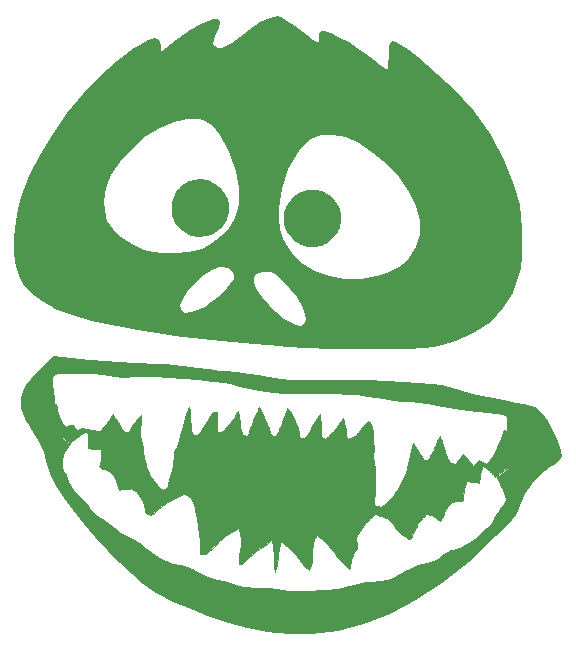
<source format=gtl>
%TF.GenerationSoftware,KiCad,Pcbnew,(6.0.7)*%
%TF.CreationDate,2022-11-12T15:58:38-06:00*%
%TF.ProjectId,chrimbus2022,63687269-6d62-4757-9332-3032322e6b69,rev?*%
%TF.SameCoordinates,Original*%
%TF.FileFunction,Copper,L1,Top*%
%TF.FilePolarity,Positive*%
%FSLAX46Y46*%
G04 Gerber Fmt 4.6, Leading zero omitted, Abs format (unit mm)*
G04 Created by KiCad (PCBNEW (6.0.7)) date 2022-11-12 15:58:38*
%MOMM*%
%LPD*%
G01*
G04 APERTURE LIST*
%TA.AperFunction,EtchedComponent*%
%ADD10C,0.100558*%
%TD*%
%TA.AperFunction,EtchedComponent*%
%ADD11C,0.119217*%
%TD*%
G04 APERTURE END LIST*
%TO.C,REF\u002A\u002A*%
G36*
X133031880Y-101546717D02*
G01*
X133187030Y-101566014D01*
X133339918Y-101596332D01*
X133490099Y-101637216D01*
X133637131Y-101688215D01*
X133780571Y-101748873D01*
X133919975Y-101818739D01*
X134054901Y-101897359D01*
X134184906Y-101984279D01*
X134309546Y-102079046D01*
X134428379Y-102181207D01*
X134540961Y-102290309D01*
X134646850Y-102405898D01*
X134745603Y-102527520D01*
X134836776Y-102654723D01*
X134919927Y-102787054D01*
X134994612Y-102924058D01*
X135060389Y-103065282D01*
X135116815Y-103210274D01*
X135163446Y-103358580D01*
X135199839Y-103509747D01*
X135225552Y-103663321D01*
X135240142Y-103818848D01*
X135243165Y-103975877D01*
X135234178Y-104133952D01*
X135212739Y-104292622D01*
X135178405Y-104451432D01*
X135130732Y-104609930D01*
X135086286Y-104764250D01*
X135031011Y-104912237D01*
X134965478Y-105053737D01*
X134890259Y-105188597D01*
X134805925Y-105316664D01*
X134713049Y-105437786D01*
X134612203Y-105551808D01*
X134503957Y-105658579D01*
X134388883Y-105757945D01*
X134267554Y-105849752D01*
X134140541Y-105933849D01*
X134008415Y-106010083D01*
X133871749Y-106078299D01*
X133731114Y-106138345D01*
X133587082Y-106190068D01*
X133440225Y-106233316D01*
X133291113Y-106267934D01*
X133140320Y-106293771D01*
X132988417Y-106310672D01*
X132835974Y-106318486D01*
X132683566Y-106317059D01*
X132531762Y-106306237D01*
X132381134Y-106285869D01*
X132232255Y-106255800D01*
X132085696Y-106215879D01*
X131942028Y-106165952D01*
X131801824Y-106105865D01*
X131665655Y-106035467D01*
X131534093Y-105954603D01*
X131407710Y-105863121D01*
X131287077Y-105760869D01*
X131172766Y-105647692D01*
X131053896Y-105532734D01*
X130946439Y-105410943D01*
X130850234Y-105282936D01*
X130765123Y-105149326D01*
X130690945Y-105010729D01*
X130627541Y-104867761D01*
X130574751Y-104721036D01*
X130532415Y-104571170D01*
X130500375Y-104418777D01*
X130478470Y-104264474D01*
X130466540Y-104108875D01*
X130464427Y-103952594D01*
X130471970Y-103796249D01*
X130489009Y-103640453D01*
X130515386Y-103485821D01*
X130550940Y-103332970D01*
X130595512Y-103182514D01*
X130648942Y-103035068D01*
X130711071Y-102891248D01*
X130781738Y-102751668D01*
X130860785Y-102616944D01*
X130948051Y-102487691D01*
X131043378Y-102364524D01*
X131146604Y-102248059D01*
X131257572Y-102138910D01*
X131376120Y-102037692D01*
X131502090Y-101945022D01*
X131635322Y-101861513D01*
X131775655Y-101787782D01*
X131922932Y-101724443D01*
X132076991Y-101672112D01*
X132237673Y-101631403D01*
X132237681Y-101631403D01*
X132397503Y-101588798D01*
X132557277Y-101559481D01*
X132716560Y-101542997D01*
X132874908Y-101538893D01*
X133031880Y-101546717D01*
G37*
D10*
X133031880Y-101546717D02*
X133187030Y-101566014D01*
X133339918Y-101596332D01*
X133490099Y-101637216D01*
X133637131Y-101688215D01*
X133780571Y-101748873D01*
X133919975Y-101818739D01*
X134054901Y-101897359D01*
X134184906Y-101984279D01*
X134309546Y-102079046D01*
X134428379Y-102181207D01*
X134540961Y-102290309D01*
X134646850Y-102405898D01*
X134745603Y-102527520D01*
X134836776Y-102654723D01*
X134919927Y-102787054D01*
X134994612Y-102924058D01*
X135060389Y-103065282D01*
X135116815Y-103210274D01*
X135163446Y-103358580D01*
X135199839Y-103509747D01*
X135225552Y-103663321D01*
X135240142Y-103818848D01*
X135243165Y-103975877D01*
X135234178Y-104133952D01*
X135212739Y-104292622D01*
X135178405Y-104451432D01*
X135130732Y-104609930D01*
X135086286Y-104764250D01*
X135031011Y-104912237D01*
X134965478Y-105053737D01*
X134890259Y-105188597D01*
X134805925Y-105316664D01*
X134713049Y-105437786D01*
X134612203Y-105551808D01*
X134503957Y-105658579D01*
X134388883Y-105757945D01*
X134267554Y-105849752D01*
X134140541Y-105933849D01*
X134008415Y-106010083D01*
X133871749Y-106078299D01*
X133731114Y-106138345D01*
X133587082Y-106190068D01*
X133440225Y-106233316D01*
X133291113Y-106267934D01*
X133140320Y-106293771D01*
X132988417Y-106310672D01*
X132835974Y-106318486D01*
X132683566Y-106317059D01*
X132531762Y-106306237D01*
X132381134Y-106285869D01*
X132232255Y-106255800D01*
X132085696Y-106215879D01*
X131942028Y-106165952D01*
X131801824Y-106105865D01*
X131665655Y-106035467D01*
X131534093Y-105954603D01*
X131407710Y-105863121D01*
X131287077Y-105760869D01*
X131172766Y-105647692D01*
X131053896Y-105532734D01*
X130946439Y-105410943D01*
X130850234Y-105282936D01*
X130765123Y-105149326D01*
X130690945Y-105010729D01*
X130627541Y-104867761D01*
X130574751Y-104721036D01*
X130532415Y-104571170D01*
X130500375Y-104418777D01*
X130478470Y-104264474D01*
X130466540Y-104108875D01*
X130464427Y-103952594D01*
X130471970Y-103796249D01*
X130489009Y-103640453D01*
X130515386Y-103485821D01*
X130550940Y-103332970D01*
X130595512Y-103182514D01*
X130648942Y-103035068D01*
X130711071Y-102891248D01*
X130781738Y-102751668D01*
X130860785Y-102616944D01*
X130948051Y-102487691D01*
X131043378Y-102364524D01*
X131146604Y-102248059D01*
X131257572Y-102138910D01*
X131376120Y-102037692D01*
X131502090Y-101945022D01*
X131635322Y-101861513D01*
X131775655Y-101787782D01*
X131922932Y-101724443D01*
X132076991Y-101672112D01*
X132237673Y-101631403D01*
X132237681Y-101631403D01*
X132397503Y-101588798D01*
X132557277Y-101559481D01*
X132716560Y-101542997D01*
X132874908Y-101538893D01*
X133031880Y-101546717D01*
G36*
X120504902Y-120563975D02*
G01*
X120659396Y-120606302D01*
X120713014Y-120847767D01*
X120770767Y-121090208D01*
X120836199Y-121332337D01*
X120872904Y-121452881D01*
X120912859Y-121572863D01*
X120956508Y-121692121D01*
X121004294Y-121810496D01*
X121056660Y-121927825D01*
X121114049Y-122043947D01*
X121176906Y-122158701D01*
X121245673Y-122271926D01*
X121320794Y-122383460D01*
X121402712Y-122493143D01*
X121421208Y-122496990D01*
X121439286Y-122499718D01*
X121456966Y-122501381D01*
X121474266Y-122502034D01*
X121491205Y-122501731D01*
X121507802Y-122500527D01*
X121524076Y-122498476D01*
X121540046Y-122495634D01*
X121555732Y-122492054D01*
X121571151Y-122487791D01*
X121601268Y-122477437D01*
X121630549Y-122465007D01*
X121659146Y-122450938D01*
X121687210Y-122435668D01*
X121714892Y-122419632D01*
X121769722Y-122387012D01*
X121797173Y-122371302D01*
X121824849Y-122356574D01*
X121852903Y-122343265D01*
X121881487Y-122331812D01*
X121979082Y-122331055D01*
X122075579Y-122330812D01*
X122251782Y-122581522D01*
X122427859Y-122833765D01*
X122660277Y-122713087D01*
X122892626Y-122593187D01*
X123269090Y-122665896D01*
X123645058Y-122741192D01*
X124397204Y-122892137D01*
X124546364Y-122718177D01*
X124689892Y-122541677D01*
X124828447Y-122362959D01*
X124962687Y-122182348D01*
X125093271Y-122000166D01*
X125220857Y-121816737D01*
X125469668Y-121447428D01*
X125605606Y-121631884D01*
X125734691Y-121818613D01*
X125858555Y-122007072D01*
X125978833Y-122196719D01*
X126215161Y-122577407D01*
X126334479Y-122767363D01*
X126456744Y-122956339D01*
X126526288Y-122958222D01*
X126610430Y-122961652D01*
X126764117Y-122968836D01*
X126836173Y-122876514D01*
X126905762Y-122783118D01*
X127039262Y-122593861D01*
X127295620Y-122210794D01*
X127425376Y-122020018D01*
X127560782Y-121831768D01*
X127631681Y-121739064D01*
X127705286Y-121647561D01*
X127782028Y-121557447D01*
X127862338Y-121468912D01*
X127859569Y-121640616D01*
X127852357Y-121812405D01*
X127830037Y-122156106D01*
X127806244Y-122499752D01*
X127797190Y-122671472D01*
X127791844Y-122843079D01*
X127791562Y-123014539D01*
X127797704Y-123185820D01*
X127811627Y-123356890D01*
X127834689Y-123527713D01*
X127868250Y-123698259D01*
X127913667Y-123868493D01*
X127972299Y-124038383D01*
X128045504Y-124207895D01*
X128056054Y-124451343D01*
X128075242Y-124696272D01*
X128103953Y-124941969D01*
X128143070Y-125187720D01*
X128193477Y-125432812D01*
X128256060Y-125676532D01*
X128331701Y-125918165D01*
X128421286Y-126156998D01*
X128525699Y-126392317D01*
X128645823Y-126623410D01*
X128782543Y-126849561D01*
X128936744Y-127070059D01*
X129109309Y-127284189D01*
X129301124Y-127491237D01*
X129513071Y-127690490D01*
X129746035Y-127881235D01*
X130102145Y-127718386D01*
X130136971Y-127526931D01*
X130176368Y-127336323D01*
X130265150Y-126957002D01*
X130456561Y-126201373D01*
X130544274Y-125822463D01*
X130582870Y-125632165D01*
X130616717Y-125441088D01*
X130644881Y-125249069D01*
X130666432Y-125055946D01*
X130680436Y-124861556D01*
X130685961Y-124665735D01*
X130785001Y-124428650D01*
X130878400Y-124190355D01*
X131050629Y-123710657D01*
X131207347Y-123227678D01*
X131353257Y-122742454D01*
X131631448Y-121769419D01*
X131773132Y-121283681D01*
X131922808Y-120799845D01*
X131961305Y-120945403D01*
X131990658Y-121091167D01*
X132012240Y-121237108D01*
X132027426Y-121383197D01*
X132037589Y-121529406D01*
X132044104Y-121675707D01*
X132051684Y-121968468D01*
X132061158Y-122261251D01*
X132070040Y-122407579D01*
X132083517Y-122553827D01*
X132102965Y-122699966D01*
X132129755Y-122845968D01*
X132165264Y-122991804D01*
X132210864Y-123137445D01*
X132426140Y-123156895D01*
X132641360Y-123177248D01*
X132741344Y-123061409D01*
X132837724Y-122944025D01*
X132930838Y-122825242D01*
X133021021Y-122705208D01*
X133193944Y-122461971D01*
X133359187Y-122215487D01*
X133997225Y-121220568D01*
X134150866Y-121233140D01*
X134303362Y-121246164D01*
X134289494Y-121452009D01*
X134278971Y-121658087D01*
X134272286Y-121864382D01*
X134269936Y-122070875D01*
X134272414Y-122277550D01*
X134280216Y-122484390D01*
X134293836Y-122691377D01*
X134313769Y-122898493D01*
X134497141Y-122923766D01*
X134680605Y-122947992D01*
X134789511Y-122848112D01*
X134894506Y-122746229D01*
X134995841Y-122642483D01*
X135093769Y-122537015D01*
X135188540Y-122429965D01*
X135280407Y-122321475D01*
X135369619Y-122211686D01*
X135456429Y-122100738D01*
X135623847Y-121875927D01*
X135784673Y-121648171D01*
X135940918Y-121418595D01*
X136094592Y-121188326D01*
X136121738Y-121314396D01*
X136143751Y-121440949D01*
X136161696Y-121567880D01*
X136176639Y-121695084D01*
X136227709Y-122204522D01*
X136243632Y-122331511D01*
X136262949Y-122458142D01*
X136286727Y-122584309D01*
X136316030Y-122709908D01*
X136351926Y-122834832D01*
X136395481Y-122958977D01*
X136447760Y-123082237D01*
X136509829Y-123204508D01*
X136930804Y-123241304D01*
X137133933Y-122631828D01*
X137235428Y-122326678D01*
X137342125Y-122022804D01*
X137457963Y-121721367D01*
X137520540Y-121571925D01*
X137586878Y-121423528D01*
X137657471Y-121276322D01*
X137732809Y-121130450D01*
X137813385Y-120986059D01*
X137899691Y-120843294D01*
X138181742Y-121427051D01*
X138318560Y-121720207D01*
X138448674Y-122014677D01*
X138569158Y-122310806D01*
X138624875Y-122459601D01*
X138677087Y-122608941D01*
X138725430Y-122758868D01*
X138769538Y-122909427D01*
X138809045Y-123060660D01*
X138843584Y-123212610D01*
X139045542Y-123232524D01*
X139247500Y-123253107D01*
X139247317Y-123251764D01*
X139342634Y-123113151D01*
X139429812Y-122972165D01*
X139509671Y-122829048D01*
X139583033Y-122684039D01*
X139650718Y-122537380D01*
X139713547Y-122389309D01*
X139772343Y-122240068D01*
X139827925Y-122089897D01*
X140034543Y-121484714D01*
X140139920Y-121182788D01*
X140196000Y-121032832D01*
X140255434Y-120883867D01*
X140444015Y-121187304D01*
X140622732Y-121494328D01*
X140707288Y-121649186D01*
X140788053Y-121804943D01*
X140864586Y-121961599D01*
X140936446Y-122119153D01*
X141003190Y-122277607D01*
X141064378Y-122436960D01*
X141119567Y-122597214D01*
X141168317Y-122758368D01*
X141210185Y-122920423D01*
X141244731Y-123083379D01*
X141271512Y-123247237D01*
X141290087Y-123411997D01*
X141493088Y-123438373D01*
X141594831Y-123452358D01*
X141696902Y-123466997D01*
X141797717Y-123343747D01*
X141892056Y-123218055D01*
X141980755Y-123090237D01*
X142064652Y-122960608D01*
X142144583Y-122829482D01*
X142221385Y-122697176D01*
X142368954Y-122430283D01*
X142514054Y-122162452D01*
X142663383Y-121896204D01*
X142741726Y-121764463D01*
X142823637Y-121634063D01*
X142909954Y-121505320D01*
X143001513Y-121378550D01*
X143050644Y-121865030D01*
X143073970Y-122108481D01*
X143093514Y-122351911D01*
X143107057Y-122595201D01*
X143112383Y-122838227D01*
X143111271Y-122959604D01*
X143107273Y-123080870D01*
X143100112Y-123202009D01*
X143089510Y-123323008D01*
X143422793Y-123532816D01*
X143543239Y-123435428D01*
X143660161Y-123335932D01*
X143773634Y-123234412D01*
X143883735Y-123130950D01*
X143990540Y-123025631D01*
X144094126Y-122918538D01*
X144194570Y-122809754D01*
X144291947Y-122699362D01*
X144386334Y-122587446D01*
X144477807Y-122474089D01*
X144566444Y-122359374D01*
X144652320Y-122243386D01*
X144735511Y-122126206D01*
X144816095Y-122007920D01*
X144894147Y-121888609D01*
X144969744Y-121768358D01*
X145032221Y-121986198D01*
X145087790Y-122204686D01*
X145137457Y-122423717D01*
X145182228Y-122643187D01*
X145223111Y-122862991D01*
X145261111Y-123083024D01*
X145332491Y-123523355D01*
X145420927Y-123505770D01*
X145504703Y-123484395D01*
X145584059Y-123459424D01*
X145659237Y-123431052D01*
X145730476Y-123399470D01*
X145798018Y-123364873D01*
X145862103Y-123327455D01*
X145922971Y-123287409D01*
X145980864Y-123244928D01*
X146036021Y-123200207D01*
X146088685Y-123153438D01*
X146139094Y-123104816D01*
X146187490Y-123054533D01*
X146234113Y-123002784D01*
X146323004Y-122895661D01*
X146655786Y-122447224D01*
X146742910Y-122337872D01*
X146835456Y-122232719D01*
X146884364Y-122182202D01*
X146935349Y-122133315D01*
X146988651Y-122086253D01*
X147044512Y-122041208D01*
X147074027Y-122048419D01*
X147101747Y-122056978D01*
X147127743Y-122066820D01*
X147152085Y-122077881D01*
X147174844Y-122090097D01*
X147196091Y-122103404D01*
X147215895Y-122117736D01*
X147234328Y-122133031D01*
X147251460Y-122149223D01*
X147267362Y-122166249D01*
X147282104Y-122184044D01*
X147295756Y-122202543D01*
X147308389Y-122221684D01*
X147320075Y-122241400D01*
X147330882Y-122261628D01*
X147340882Y-122282305D01*
X147358742Y-122324743D01*
X147374219Y-122368202D01*
X147387878Y-122412165D01*
X147400283Y-122456120D01*
X147423585Y-122541947D01*
X147435612Y-122582791D01*
X147448641Y-122621569D01*
X147487192Y-122933835D01*
X147516587Y-123246383D01*
X147537375Y-123559091D01*
X147550103Y-123871840D01*
X147555316Y-124184510D01*
X147553563Y-124496979D01*
X147545390Y-124809128D01*
X147531344Y-125120836D01*
X147573009Y-125368138D01*
X147608047Y-125615634D01*
X147636785Y-125863287D01*
X147659548Y-126111056D01*
X147676665Y-126358903D01*
X147688460Y-126606789D01*
X147697392Y-127102519D01*
X147688955Y-127597933D01*
X147665761Y-128092718D01*
X147630420Y-128586561D01*
X147585543Y-129079149D01*
X148225298Y-129278818D01*
X148398858Y-129146167D01*
X148564071Y-129009347D01*
X148721187Y-128868534D01*
X148870456Y-128723902D01*
X149012129Y-128575624D01*
X149146456Y-128423875D01*
X149273686Y-128268830D01*
X149394071Y-128110662D01*
X149615304Y-127785657D01*
X149812156Y-127450255D01*
X149986629Y-127105850D01*
X150140725Y-126753837D01*
X150276444Y-126395609D01*
X150395790Y-126032562D01*
X150500763Y-125666089D01*
X150593365Y-125297586D01*
X150675598Y-124928447D01*
X150749463Y-124560066D01*
X150880099Y-123831156D01*
X150949129Y-123915151D01*
X151014537Y-124000318D01*
X151076605Y-124086558D01*
X151135615Y-124173771D01*
X151191850Y-124261860D01*
X151245593Y-124350726D01*
X151297126Y-124440270D01*
X151346732Y-124530394D01*
X151441291Y-124711989D01*
X151531532Y-124894721D01*
X151708102Y-125260446D01*
X151808984Y-125270314D01*
X151910181Y-125281121D01*
X152011573Y-125292791D01*
X152113039Y-125305246D01*
X152207359Y-125190148D01*
X152294543Y-125072630D01*
X152375299Y-124952931D01*
X152450336Y-124831292D01*
X152520363Y-124707951D01*
X152586089Y-124583148D01*
X152648222Y-124457123D01*
X152707472Y-124330114D01*
X152820157Y-124074107D01*
X152929813Y-123817041D01*
X153042111Y-123560833D01*
X153101023Y-123433649D01*
X153162722Y-123307398D01*
X153218930Y-123433764D01*
X153270834Y-123560842D01*
X153319076Y-123688523D01*
X153364296Y-123816699D01*
X153448234Y-124074107D01*
X153527779Y-124332203D01*
X153608058Y-124590125D01*
X153694201Y-124847011D01*
X153741073Y-124974797D01*
X153791335Y-125102000D01*
X153845626Y-125228512D01*
X153904589Y-125354227D01*
X153911852Y-125370564D01*
X153920292Y-125386106D01*
X153929853Y-125400890D01*
X153940478Y-125414953D01*
X153952114Y-125428330D01*
X153964703Y-125441057D01*
X153978190Y-125453170D01*
X153992519Y-125464706D01*
X154007635Y-125475701D01*
X154023481Y-125486190D01*
X154057143Y-125505796D01*
X154093060Y-125523813D01*
X154130785Y-125540531D01*
X154169873Y-125556238D01*
X154209878Y-125571222D01*
X154290853Y-125600177D01*
X154330932Y-125614726D01*
X154370145Y-125629706D01*
X154408044Y-125645408D01*
X154444186Y-125662119D01*
X154544463Y-125557701D01*
X154641030Y-125451419D01*
X154734054Y-125343385D01*
X154823706Y-125233708D01*
X154910155Y-125122501D01*
X154993571Y-125009873D01*
X155074122Y-124895937D01*
X155151980Y-124780802D01*
X155250298Y-124913912D01*
X155350179Y-125046545D01*
X155452120Y-125178420D01*
X155556622Y-125309256D01*
X155664183Y-125438773D01*
X155775302Y-125566688D01*
X155890478Y-125692721D01*
X156010210Y-125816591D01*
X156123845Y-125696865D01*
X156236866Y-125576610D01*
X156462527Y-125335794D01*
X156500801Y-125345305D01*
X156546925Y-125357270D01*
X156630373Y-125379198D01*
X156657181Y-125396281D01*
X156683580Y-125414164D01*
X156735701Y-125451497D01*
X156787831Y-125489526D01*
X156814241Y-125508278D01*
X156841063Y-125526578D01*
X156868434Y-125544215D01*
X156896491Y-125560982D01*
X156925370Y-125576668D01*
X156955208Y-125591066D01*
X156986142Y-125603965D01*
X157002063Y-125609788D01*
X157018309Y-125615158D01*
X157034897Y-125620049D01*
X157051844Y-125624434D01*
X157069168Y-125628289D01*
X157086886Y-125631586D01*
X157242801Y-125474029D01*
X157385888Y-125311142D01*
X157517169Y-125143400D01*
X157637665Y-124971279D01*
X157748397Y-124795255D01*
X157850386Y-124615802D01*
X157944654Y-124433398D01*
X158032221Y-124248517D01*
X158114109Y-124061636D01*
X158191340Y-123873229D01*
X158335911Y-123493744D01*
X158614092Y-122737406D01*
X158745949Y-122890815D01*
X158865425Y-123048667D01*
X158973190Y-123210533D01*
X159069912Y-123375986D01*
X159156260Y-123544595D01*
X159232904Y-123715934D01*
X159300513Y-123889573D01*
X159359755Y-124065083D01*
X159411300Y-124242037D01*
X159455817Y-124420006D01*
X159493975Y-124598561D01*
X159526442Y-124777274D01*
X159553889Y-124955716D01*
X159576984Y-125133459D01*
X159612795Y-125485132D01*
X159168895Y-125795258D01*
X158721558Y-126104317D01*
X158269526Y-126410271D01*
X157811541Y-126711084D01*
X157766204Y-126646823D01*
X157718325Y-126583750D01*
X157667984Y-126521866D01*
X157615261Y-126461171D01*
X157560234Y-126401663D01*
X157502985Y-126343342D01*
X157443592Y-126286208D01*
X157382136Y-126230260D01*
X157318695Y-126175497D01*
X157253350Y-126121919D01*
X157186180Y-126069526D01*
X157117265Y-126018316D01*
X157046685Y-125968289D01*
X156974518Y-125919446D01*
X156900846Y-125871784D01*
X156825747Y-125825304D01*
X156780403Y-125908503D01*
X156741051Y-125992921D01*
X156707033Y-126078428D01*
X156677690Y-126164893D01*
X156652363Y-126252184D01*
X156630392Y-126340170D01*
X156611119Y-126428720D01*
X156593886Y-126517702D01*
X156532163Y-126875329D01*
X156515241Y-126964504D01*
X156496404Y-127053323D01*
X156474993Y-127141657D01*
X156450350Y-127229372D01*
X156202456Y-127194856D01*
X155955271Y-127158307D01*
X155462801Y-127081469D01*
X155409071Y-127183801D01*
X155363424Y-127287624D01*
X155324961Y-127392777D01*
X155292785Y-127499097D01*
X155266000Y-127606425D01*
X155243706Y-127714598D01*
X155225008Y-127823456D01*
X155209008Y-127932836D01*
X155154032Y-128372366D01*
X155138057Y-128481944D01*
X155119396Y-128591078D01*
X155097150Y-128699606D01*
X155070422Y-128807367D01*
X154945208Y-128784531D01*
X154827497Y-128770662D01*
X154716969Y-128765340D01*
X154613306Y-128768145D01*
X154516187Y-128778657D01*
X154425295Y-128796457D01*
X154340311Y-128821125D01*
X154260915Y-128852242D01*
X154186789Y-128889387D01*
X154117613Y-128932140D01*
X154053069Y-128980083D01*
X153992838Y-129032795D01*
X153936600Y-129089856D01*
X153884037Y-129150847D01*
X153834830Y-129215348D01*
X153788660Y-129282939D01*
X153745208Y-129353200D01*
X153704155Y-129425713D01*
X153627971Y-129575810D01*
X153557555Y-129729873D01*
X153490356Y-129884543D01*
X153423823Y-130036464D01*
X153355403Y-130182275D01*
X153282546Y-130318620D01*
X153243656Y-130382193D01*
X153202700Y-130442141D01*
X152498949Y-129937189D01*
X152012453Y-129899790D01*
X151943859Y-129954186D01*
X151878208Y-130009906D01*
X151755242Y-130125082D01*
X151642564Y-130244854D01*
X151539183Y-130368757D01*
X151444106Y-130496328D01*
X151356342Y-130627103D01*
X151274900Y-130760616D01*
X151198788Y-130896405D01*
X151127014Y-131034005D01*
X151058586Y-131172951D01*
X150927805Y-131453028D01*
X150798509Y-131732922D01*
X150731940Y-131871640D01*
X150662768Y-132008921D01*
X150535204Y-131952847D01*
X150412511Y-131892912D01*
X150294664Y-131829252D01*
X150181641Y-131762003D01*
X150073417Y-131691301D01*
X149969967Y-131617282D01*
X149871268Y-131540083D01*
X149777295Y-131459839D01*
X149688024Y-131376686D01*
X149603431Y-131290762D01*
X149523493Y-131202201D01*
X149448184Y-131111140D01*
X149377481Y-131017715D01*
X149311360Y-130922063D01*
X149249797Y-130824319D01*
X149192767Y-130724619D01*
X149169932Y-130678949D01*
X149144346Y-130635312D01*
X149116121Y-130593636D01*
X149085373Y-130553846D01*
X149052216Y-130515872D01*
X149016764Y-130479638D01*
X148979131Y-130445072D01*
X148939431Y-130412101D01*
X148897779Y-130380653D01*
X148854289Y-130350653D01*
X148809074Y-130322029D01*
X148762250Y-130294708D01*
X148664229Y-130243681D01*
X148561140Y-130196989D01*
X148453897Y-130154047D01*
X148343413Y-130114269D01*
X148230601Y-130077073D01*
X148116377Y-130041872D01*
X147663622Y-129909342D01*
X147533062Y-130010502D01*
X147407767Y-130114719D01*
X147287562Y-130221835D01*
X147172271Y-130331689D01*
X147061717Y-130444122D01*
X146955725Y-130558974D01*
X146854118Y-130676086D01*
X146756720Y-130795298D01*
X146663355Y-130916450D01*
X146573847Y-131039383D01*
X146488019Y-131163938D01*
X146405696Y-131289954D01*
X146326702Y-131417273D01*
X146250860Y-131545734D01*
X146177994Y-131675177D01*
X146107928Y-131805445D01*
X146100197Y-131839326D01*
X146094575Y-131873418D01*
X146090889Y-131907702D01*
X146088970Y-131942160D01*
X146089755Y-132011526D01*
X146095566Y-132081366D01*
X146105046Y-132151532D01*
X146116831Y-132221879D01*
X146141880Y-132362519D01*
X146152423Y-132432518D01*
X146159829Y-132502106D01*
X146162740Y-132571135D01*
X146162083Y-132605393D01*
X146159793Y-132639457D01*
X146155698Y-132673307D01*
X146149629Y-132706926D01*
X146141416Y-132740294D01*
X146130887Y-132773393D01*
X146117875Y-132806204D01*
X146102207Y-132838710D01*
X146083715Y-132870892D01*
X146062228Y-132902731D01*
X145998593Y-132999878D01*
X145940472Y-133098509D01*
X145887501Y-133198511D01*
X145839315Y-133299770D01*
X145795550Y-133402173D01*
X145755842Y-133505608D01*
X145719828Y-133609961D01*
X145687142Y-133715120D01*
X145657420Y-133820971D01*
X145630299Y-133927402D01*
X145582402Y-134141549D01*
X145540536Y-134356657D01*
X145501788Y-134571821D01*
X145320235Y-134395925D01*
X145145227Y-134216614D01*
X144975671Y-134034447D01*
X144810469Y-133849985D01*
X144488747Y-133476412D01*
X144171297Y-133100374D01*
X143849356Y-132726348D01*
X143683963Y-132541489D01*
X143514159Y-132358813D01*
X143338851Y-132178878D01*
X143156941Y-132002246D01*
X142967336Y-131829476D01*
X142768938Y-131661127D01*
X142705572Y-131744671D01*
X142649236Y-131829735D01*
X142599493Y-131916228D01*
X142555912Y-132004060D01*
X142518057Y-132093141D01*
X142485495Y-132183381D01*
X142457791Y-132274690D01*
X142434510Y-132366979D01*
X142399486Y-132554132D01*
X142376948Y-132744120D01*
X142363423Y-132936223D01*
X142355439Y-133129721D01*
X142342197Y-133518019D01*
X142329994Y-133711378D01*
X142309437Y-133903250D01*
X142277055Y-134092915D01*
X142255344Y-134186695D01*
X142229374Y-134279653D01*
X142198711Y-134371698D01*
X142162920Y-134462742D01*
X142121568Y-134552693D01*
X142074221Y-134641462D01*
X141929815Y-134486845D01*
X141789381Y-134329989D01*
X141516636Y-134011672D01*
X140977105Y-133371437D01*
X140837935Y-133213714D01*
X140695156Y-133057982D01*
X140547818Y-132904771D01*
X140394976Y-132754609D01*
X140235680Y-132608026D01*
X140068983Y-132465551D01*
X139893938Y-132327713D01*
X139709597Y-132195040D01*
X139662023Y-132355570D01*
X139619633Y-132516832D01*
X139581799Y-132678736D01*
X139547891Y-132841192D01*
X139489330Y-133167401D01*
X139438912Y-133494742D01*
X139342347Y-134149952D01*
X139286122Y-134476387D01*
X139253819Y-134638998D01*
X139217883Y-134801084D01*
X139170020Y-134631022D01*
X139135105Y-134460714D01*
X139111179Y-134290201D01*
X139096286Y-134119523D01*
X139088469Y-133948717D01*
X139085768Y-133777824D01*
X139087891Y-133435933D01*
X139086994Y-133094162D01*
X139080520Y-132923420D01*
X139067419Y-132752827D01*
X139045733Y-132582420D01*
X139013506Y-132412241D01*
X138968778Y-132242327D01*
X138941116Y-132157482D01*
X138909594Y-132072718D01*
X138580051Y-132307990D01*
X138257549Y-132548366D01*
X137941509Y-132793375D01*
X137631352Y-133042543D01*
X137326497Y-133295399D01*
X137026364Y-133551470D01*
X136730373Y-133810285D01*
X136437945Y-134071371D01*
X136289975Y-134072101D01*
X136142062Y-134072081D01*
X136138442Y-133886109D01*
X136145869Y-133699510D01*
X136162013Y-133512411D01*
X136184546Y-133324939D01*
X136291989Y-132573863D01*
X136311533Y-132386431D01*
X136323492Y-132199389D01*
X136325539Y-132012863D01*
X136315343Y-131826979D01*
X136290576Y-131641866D01*
X136272001Y-131549638D01*
X136248910Y-131457650D01*
X136221012Y-131365918D01*
X136188015Y-131274458D01*
X136149629Y-131183285D01*
X136105563Y-131092417D01*
X135881308Y-131195473D01*
X135669133Y-131307670D01*
X135467774Y-131428057D01*
X135275967Y-131555683D01*
X135092448Y-131689596D01*
X134915954Y-131828846D01*
X134745220Y-131972483D01*
X134578984Y-132119553D01*
X133933731Y-132723165D01*
X133605227Y-133020854D01*
X133435083Y-133165341D01*
X133259325Y-133305654D01*
X133067149Y-133277330D01*
X132874834Y-133250357D01*
X132861253Y-132693839D01*
X132835120Y-132136249D01*
X132793154Y-131578286D01*
X132732073Y-131020648D01*
X132693340Y-130742170D01*
X132648597Y-130464034D01*
X132597434Y-130186329D01*
X132539442Y-129909141D01*
X132474211Y-129632559D01*
X132401329Y-129356668D01*
X132320387Y-129081558D01*
X132230975Y-128807314D01*
X132209965Y-128750243D01*
X132183377Y-128690755D01*
X132151372Y-128630010D01*
X132114109Y-128569173D01*
X132071748Y-128509405D01*
X132024449Y-128451869D01*
X131998998Y-128424301D01*
X131972373Y-128397728D01*
X131944593Y-128372294D01*
X131915678Y-128348144D01*
X131885650Y-128325425D01*
X131854526Y-128304281D01*
X131822328Y-128284858D01*
X131789076Y-128267300D01*
X131754789Y-128251754D01*
X131719488Y-128238365D01*
X131683193Y-128227278D01*
X131645923Y-128218638D01*
X131607698Y-128212590D01*
X131568539Y-128209281D01*
X131528465Y-128208855D01*
X131487498Y-128211457D01*
X131445655Y-128217234D01*
X131402958Y-128226329D01*
X131359427Y-128238890D01*
X131315081Y-128255060D01*
X131123405Y-128331080D01*
X130937178Y-128413144D01*
X130756139Y-128500830D01*
X130580022Y-128593717D01*
X130408564Y-128691384D01*
X130241503Y-128793408D01*
X130078573Y-128899370D01*
X129919512Y-129008846D01*
X129764056Y-129121416D01*
X129611941Y-129236659D01*
X129316681Y-129473474D01*
X129031622Y-129715921D01*
X128754656Y-129960627D01*
X128461277Y-129857007D01*
X128315458Y-129804167D01*
X128170245Y-129750406D01*
X128179210Y-129612180D01*
X128177841Y-129473902D01*
X128166268Y-129335907D01*
X128144620Y-129198529D01*
X128113029Y-129062104D01*
X128071623Y-128926965D01*
X128020535Y-128793448D01*
X127959893Y-128661886D01*
X127889828Y-128532615D01*
X127810470Y-128405970D01*
X127721950Y-128282284D01*
X127624398Y-128161893D01*
X127517944Y-128045130D01*
X127402718Y-127932332D01*
X127278850Y-127823832D01*
X127146471Y-127719965D01*
X127071289Y-127717803D01*
X126996409Y-127717445D01*
X126847483Y-127721562D01*
X126699551Y-127731148D01*
X126552468Y-127745041D01*
X126406091Y-127762074D01*
X126260276Y-127781083D01*
X125969759Y-127820368D01*
X125905523Y-127545371D01*
X125869842Y-127403852D01*
X125829796Y-127261540D01*
X125783889Y-127119852D01*
X125730630Y-126980203D01*
X125668525Y-126844012D01*
X125596079Y-126712693D01*
X125555512Y-126649304D01*
X125511801Y-126587664D01*
X125464757Y-126527950D01*
X125414196Y-126470339D01*
X125359929Y-126415010D01*
X125301770Y-126362137D01*
X125239534Y-126311899D01*
X125173032Y-126264473D01*
X125102078Y-126220035D01*
X125026486Y-126178763D01*
X124946069Y-126140834D01*
X124860641Y-126106424D01*
X124770014Y-126075712D01*
X124674001Y-126048873D01*
X124572417Y-126026085D01*
X124465075Y-126007524D01*
X124331637Y-125778261D01*
X124361811Y-125695645D01*
X124389211Y-125612434D01*
X124413752Y-125528674D01*
X124435350Y-125444416D01*
X124453921Y-125359706D01*
X124469381Y-125274593D01*
X124481648Y-125189127D01*
X124490635Y-125103353D01*
X124496261Y-125017322D01*
X124498440Y-124931082D01*
X124497090Y-124844680D01*
X124492125Y-124758166D01*
X124483463Y-124671586D01*
X124471019Y-124584991D01*
X124454709Y-124498427D01*
X124434451Y-124411943D01*
X123916354Y-124370824D01*
X123787018Y-124358837D01*
X123657962Y-124344969D01*
X123529287Y-124328620D01*
X123401095Y-124309191D01*
X123389822Y-124265168D01*
X123380638Y-124221100D01*
X123367889Y-124132844D01*
X123361546Y-124044459D01*
X123360304Y-123955975D01*
X123362862Y-123867428D01*
X123367916Y-123778849D01*
X123380303Y-123601733D01*
X123385029Y-123513262D01*
X123387041Y-123424894D01*
X123385035Y-123336661D01*
X123377708Y-123248597D01*
X123363758Y-123160736D01*
X123353892Y-123116891D01*
X123341881Y-123073110D01*
X123327563Y-123029396D01*
X123310775Y-122985753D01*
X123291354Y-122942186D01*
X123269137Y-122898699D01*
X123162988Y-122942271D01*
X123059638Y-122988587D01*
X122959062Y-123037545D01*
X122861234Y-123089043D01*
X122766127Y-123142980D01*
X122673717Y-123199254D01*
X122583976Y-123257764D01*
X122496880Y-123318408D01*
X122412402Y-123381085D01*
X122330517Y-123445693D01*
X122251198Y-123512132D01*
X122174420Y-123580298D01*
X122100157Y-123650092D01*
X122028383Y-123721411D01*
X121959072Y-123794154D01*
X121892199Y-123868219D01*
X121357590Y-123458353D01*
X121092528Y-123250098D01*
X120833723Y-123037785D01*
X120707784Y-122929673D01*
X120584748Y-122820029D01*
X120465062Y-122708677D01*
X120349173Y-122595447D01*
X120237528Y-122480164D01*
X120130571Y-122362656D01*
X120028751Y-122242749D01*
X119932513Y-122120272D01*
X119919514Y-122068109D01*
X119909727Y-122016172D01*
X119902998Y-121964453D01*
X119899175Y-121912942D01*
X119898106Y-121861631D01*
X119899637Y-121810511D01*
X119903615Y-121759575D01*
X119909888Y-121708814D01*
X119928707Y-121607781D01*
X119954870Y-121507345D01*
X119987156Y-121407439D01*
X120024342Y-121307994D01*
X120065205Y-121208942D01*
X120108523Y-121110216D01*
X120197633Y-120913470D01*
X120240980Y-120815313D01*
X120281892Y-120717211D01*
X120319146Y-120619096D01*
X120351519Y-120520899D01*
X120504902Y-120563975D01*
G37*
D11*
X120504902Y-120563975D02*
X120659396Y-120606302D01*
X120713014Y-120847767D01*
X120770767Y-121090208D01*
X120836199Y-121332337D01*
X120872904Y-121452881D01*
X120912859Y-121572863D01*
X120956508Y-121692121D01*
X121004294Y-121810496D01*
X121056660Y-121927825D01*
X121114049Y-122043947D01*
X121176906Y-122158701D01*
X121245673Y-122271926D01*
X121320794Y-122383460D01*
X121402712Y-122493143D01*
X121421208Y-122496990D01*
X121439286Y-122499718D01*
X121456966Y-122501381D01*
X121474266Y-122502034D01*
X121491205Y-122501731D01*
X121507802Y-122500527D01*
X121524076Y-122498476D01*
X121540046Y-122495634D01*
X121555732Y-122492054D01*
X121571151Y-122487791D01*
X121601268Y-122477437D01*
X121630549Y-122465007D01*
X121659146Y-122450938D01*
X121687210Y-122435668D01*
X121714892Y-122419632D01*
X121769722Y-122387012D01*
X121797173Y-122371302D01*
X121824849Y-122356574D01*
X121852903Y-122343265D01*
X121881487Y-122331812D01*
X121979082Y-122331055D01*
X122075579Y-122330812D01*
X122251782Y-122581522D01*
X122427859Y-122833765D01*
X122660277Y-122713087D01*
X122892626Y-122593187D01*
X123269090Y-122665896D01*
X123645058Y-122741192D01*
X124397204Y-122892137D01*
X124546364Y-122718177D01*
X124689892Y-122541677D01*
X124828447Y-122362959D01*
X124962687Y-122182348D01*
X125093271Y-122000166D01*
X125220857Y-121816737D01*
X125469668Y-121447428D01*
X125605606Y-121631884D01*
X125734691Y-121818613D01*
X125858555Y-122007072D01*
X125978833Y-122196719D01*
X126215161Y-122577407D01*
X126334479Y-122767363D01*
X126456744Y-122956339D01*
X126526288Y-122958222D01*
X126610430Y-122961652D01*
X126764117Y-122968836D01*
X126836173Y-122876514D01*
X126905762Y-122783118D01*
X127039262Y-122593861D01*
X127295620Y-122210794D01*
X127425376Y-122020018D01*
X127560782Y-121831768D01*
X127631681Y-121739064D01*
X127705286Y-121647561D01*
X127782028Y-121557447D01*
X127862338Y-121468912D01*
X127859569Y-121640616D01*
X127852357Y-121812405D01*
X127830037Y-122156106D01*
X127806244Y-122499752D01*
X127797190Y-122671472D01*
X127791844Y-122843079D01*
X127791562Y-123014539D01*
X127797704Y-123185820D01*
X127811627Y-123356890D01*
X127834689Y-123527713D01*
X127868250Y-123698259D01*
X127913667Y-123868493D01*
X127972299Y-124038383D01*
X128045504Y-124207895D01*
X128056054Y-124451343D01*
X128075242Y-124696272D01*
X128103953Y-124941969D01*
X128143070Y-125187720D01*
X128193477Y-125432812D01*
X128256060Y-125676532D01*
X128331701Y-125918165D01*
X128421286Y-126156998D01*
X128525699Y-126392317D01*
X128645823Y-126623410D01*
X128782543Y-126849561D01*
X128936744Y-127070059D01*
X129109309Y-127284189D01*
X129301124Y-127491237D01*
X129513071Y-127690490D01*
X129746035Y-127881235D01*
X130102145Y-127718386D01*
X130136971Y-127526931D01*
X130176368Y-127336323D01*
X130265150Y-126957002D01*
X130456561Y-126201373D01*
X130544274Y-125822463D01*
X130582870Y-125632165D01*
X130616717Y-125441088D01*
X130644881Y-125249069D01*
X130666432Y-125055946D01*
X130680436Y-124861556D01*
X130685961Y-124665735D01*
X130785001Y-124428650D01*
X130878400Y-124190355D01*
X131050629Y-123710657D01*
X131207347Y-123227678D01*
X131353257Y-122742454D01*
X131631448Y-121769419D01*
X131773132Y-121283681D01*
X131922808Y-120799845D01*
X131961305Y-120945403D01*
X131990658Y-121091167D01*
X132012240Y-121237108D01*
X132027426Y-121383197D01*
X132037589Y-121529406D01*
X132044104Y-121675707D01*
X132051684Y-121968468D01*
X132061158Y-122261251D01*
X132070040Y-122407579D01*
X132083517Y-122553827D01*
X132102965Y-122699966D01*
X132129755Y-122845968D01*
X132165264Y-122991804D01*
X132210864Y-123137445D01*
X132426140Y-123156895D01*
X132641360Y-123177248D01*
X132741344Y-123061409D01*
X132837724Y-122944025D01*
X132930838Y-122825242D01*
X133021021Y-122705208D01*
X133193944Y-122461971D01*
X133359187Y-122215487D01*
X133997225Y-121220568D01*
X134150866Y-121233140D01*
X134303362Y-121246164D01*
X134289494Y-121452009D01*
X134278971Y-121658087D01*
X134272286Y-121864382D01*
X134269936Y-122070875D01*
X134272414Y-122277550D01*
X134280216Y-122484390D01*
X134293836Y-122691377D01*
X134313769Y-122898493D01*
X134497141Y-122923766D01*
X134680605Y-122947992D01*
X134789511Y-122848112D01*
X134894506Y-122746229D01*
X134995841Y-122642483D01*
X135093769Y-122537015D01*
X135188540Y-122429965D01*
X135280407Y-122321475D01*
X135369619Y-122211686D01*
X135456429Y-122100738D01*
X135623847Y-121875927D01*
X135784673Y-121648171D01*
X135940918Y-121418595D01*
X136094592Y-121188326D01*
X136121738Y-121314396D01*
X136143751Y-121440949D01*
X136161696Y-121567880D01*
X136176639Y-121695084D01*
X136227709Y-122204522D01*
X136243632Y-122331511D01*
X136262949Y-122458142D01*
X136286727Y-122584309D01*
X136316030Y-122709908D01*
X136351926Y-122834832D01*
X136395481Y-122958977D01*
X136447760Y-123082237D01*
X136509829Y-123204508D01*
X136930804Y-123241304D01*
X137133933Y-122631828D01*
X137235428Y-122326678D01*
X137342125Y-122022804D01*
X137457963Y-121721367D01*
X137520540Y-121571925D01*
X137586878Y-121423528D01*
X137657471Y-121276322D01*
X137732809Y-121130450D01*
X137813385Y-120986059D01*
X137899691Y-120843294D01*
X138181742Y-121427051D01*
X138318560Y-121720207D01*
X138448674Y-122014677D01*
X138569158Y-122310806D01*
X138624875Y-122459601D01*
X138677087Y-122608941D01*
X138725430Y-122758868D01*
X138769538Y-122909427D01*
X138809045Y-123060660D01*
X138843584Y-123212610D01*
X139045542Y-123232524D01*
X139247500Y-123253107D01*
X139247317Y-123251764D01*
X139342634Y-123113151D01*
X139429812Y-122972165D01*
X139509671Y-122829048D01*
X139583033Y-122684039D01*
X139650718Y-122537380D01*
X139713547Y-122389309D01*
X139772343Y-122240068D01*
X139827925Y-122089897D01*
X140034543Y-121484714D01*
X140139920Y-121182788D01*
X140196000Y-121032832D01*
X140255434Y-120883867D01*
X140444015Y-121187304D01*
X140622732Y-121494328D01*
X140707288Y-121649186D01*
X140788053Y-121804943D01*
X140864586Y-121961599D01*
X140936446Y-122119153D01*
X141003190Y-122277607D01*
X141064378Y-122436960D01*
X141119567Y-122597214D01*
X141168317Y-122758368D01*
X141210185Y-122920423D01*
X141244731Y-123083379D01*
X141271512Y-123247237D01*
X141290087Y-123411997D01*
X141493088Y-123438373D01*
X141594831Y-123452358D01*
X141696902Y-123466997D01*
X141797717Y-123343747D01*
X141892056Y-123218055D01*
X141980755Y-123090237D01*
X142064652Y-122960608D01*
X142144583Y-122829482D01*
X142221385Y-122697176D01*
X142368954Y-122430283D01*
X142514054Y-122162452D01*
X142663383Y-121896204D01*
X142741726Y-121764463D01*
X142823637Y-121634063D01*
X142909954Y-121505320D01*
X143001513Y-121378550D01*
X143050644Y-121865030D01*
X143073970Y-122108481D01*
X143093514Y-122351911D01*
X143107057Y-122595201D01*
X143112383Y-122838227D01*
X143111271Y-122959604D01*
X143107273Y-123080870D01*
X143100112Y-123202009D01*
X143089510Y-123323008D01*
X143422793Y-123532816D01*
X143543239Y-123435428D01*
X143660161Y-123335932D01*
X143773634Y-123234412D01*
X143883735Y-123130950D01*
X143990540Y-123025631D01*
X144094126Y-122918538D01*
X144194570Y-122809754D01*
X144291947Y-122699362D01*
X144386334Y-122587446D01*
X144477807Y-122474089D01*
X144566444Y-122359374D01*
X144652320Y-122243386D01*
X144735511Y-122126206D01*
X144816095Y-122007920D01*
X144894147Y-121888609D01*
X144969744Y-121768358D01*
X145032221Y-121986198D01*
X145087790Y-122204686D01*
X145137457Y-122423717D01*
X145182228Y-122643187D01*
X145223111Y-122862991D01*
X145261111Y-123083024D01*
X145332491Y-123523355D01*
X145420927Y-123505770D01*
X145504703Y-123484395D01*
X145584059Y-123459424D01*
X145659237Y-123431052D01*
X145730476Y-123399470D01*
X145798018Y-123364873D01*
X145862103Y-123327455D01*
X145922971Y-123287409D01*
X145980864Y-123244928D01*
X146036021Y-123200207D01*
X146088685Y-123153438D01*
X146139094Y-123104816D01*
X146187490Y-123054533D01*
X146234113Y-123002784D01*
X146323004Y-122895661D01*
X146655786Y-122447224D01*
X146742910Y-122337872D01*
X146835456Y-122232719D01*
X146884364Y-122182202D01*
X146935349Y-122133315D01*
X146988651Y-122086253D01*
X147044512Y-122041208D01*
X147074027Y-122048419D01*
X147101747Y-122056978D01*
X147127743Y-122066820D01*
X147152085Y-122077881D01*
X147174844Y-122090097D01*
X147196091Y-122103404D01*
X147215895Y-122117736D01*
X147234328Y-122133031D01*
X147251460Y-122149223D01*
X147267362Y-122166249D01*
X147282104Y-122184044D01*
X147295756Y-122202543D01*
X147308389Y-122221684D01*
X147320075Y-122241400D01*
X147330882Y-122261628D01*
X147340882Y-122282305D01*
X147358742Y-122324743D01*
X147374219Y-122368202D01*
X147387878Y-122412165D01*
X147400283Y-122456120D01*
X147423585Y-122541947D01*
X147435612Y-122582791D01*
X147448641Y-122621569D01*
X147487192Y-122933835D01*
X147516587Y-123246383D01*
X147537375Y-123559091D01*
X147550103Y-123871840D01*
X147555316Y-124184510D01*
X147553563Y-124496979D01*
X147545390Y-124809128D01*
X147531344Y-125120836D01*
X147573009Y-125368138D01*
X147608047Y-125615634D01*
X147636785Y-125863287D01*
X147659548Y-126111056D01*
X147676665Y-126358903D01*
X147688460Y-126606789D01*
X147697392Y-127102519D01*
X147688955Y-127597933D01*
X147665761Y-128092718D01*
X147630420Y-128586561D01*
X147585543Y-129079149D01*
X148225298Y-129278818D01*
X148398858Y-129146167D01*
X148564071Y-129009347D01*
X148721187Y-128868534D01*
X148870456Y-128723902D01*
X149012129Y-128575624D01*
X149146456Y-128423875D01*
X149273686Y-128268830D01*
X149394071Y-128110662D01*
X149615304Y-127785657D01*
X149812156Y-127450255D01*
X149986629Y-127105850D01*
X150140725Y-126753837D01*
X150276444Y-126395609D01*
X150395790Y-126032562D01*
X150500763Y-125666089D01*
X150593365Y-125297586D01*
X150675598Y-124928447D01*
X150749463Y-124560066D01*
X150880099Y-123831156D01*
X150949129Y-123915151D01*
X151014537Y-124000318D01*
X151076605Y-124086558D01*
X151135615Y-124173771D01*
X151191850Y-124261860D01*
X151245593Y-124350726D01*
X151297126Y-124440270D01*
X151346732Y-124530394D01*
X151441291Y-124711989D01*
X151531532Y-124894721D01*
X151708102Y-125260446D01*
X151808984Y-125270314D01*
X151910181Y-125281121D01*
X152011573Y-125292791D01*
X152113039Y-125305246D01*
X152207359Y-125190148D01*
X152294543Y-125072630D01*
X152375299Y-124952931D01*
X152450336Y-124831292D01*
X152520363Y-124707951D01*
X152586089Y-124583148D01*
X152648222Y-124457123D01*
X152707472Y-124330114D01*
X152820157Y-124074107D01*
X152929813Y-123817041D01*
X153042111Y-123560833D01*
X153101023Y-123433649D01*
X153162722Y-123307398D01*
X153218930Y-123433764D01*
X153270834Y-123560842D01*
X153319076Y-123688523D01*
X153364296Y-123816699D01*
X153448234Y-124074107D01*
X153527779Y-124332203D01*
X153608058Y-124590125D01*
X153694201Y-124847011D01*
X153741073Y-124974797D01*
X153791335Y-125102000D01*
X153845626Y-125228512D01*
X153904589Y-125354227D01*
X153911852Y-125370564D01*
X153920292Y-125386106D01*
X153929853Y-125400890D01*
X153940478Y-125414953D01*
X153952114Y-125428330D01*
X153964703Y-125441057D01*
X153978190Y-125453170D01*
X153992519Y-125464706D01*
X154007635Y-125475701D01*
X154023481Y-125486190D01*
X154057143Y-125505796D01*
X154093060Y-125523813D01*
X154130785Y-125540531D01*
X154169873Y-125556238D01*
X154209878Y-125571222D01*
X154290853Y-125600177D01*
X154330932Y-125614726D01*
X154370145Y-125629706D01*
X154408044Y-125645408D01*
X154444186Y-125662119D01*
X154544463Y-125557701D01*
X154641030Y-125451419D01*
X154734054Y-125343385D01*
X154823706Y-125233708D01*
X154910155Y-125122501D01*
X154993571Y-125009873D01*
X155074122Y-124895937D01*
X155151980Y-124780802D01*
X155250298Y-124913912D01*
X155350179Y-125046545D01*
X155452120Y-125178420D01*
X155556622Y-125309256D01*
X155664183Y-125438773D01*
X155775302Y-125566688D01*
X155890478Y-125692721D01*
X156010210Y-125816591D01*
X156123845Y-125696865D01*
X156236866Y-125576610D01*
X156462527Y-125335794D01*
X156500801Y-125345305D01*
X156546925Y-125357270D01*
X156630373Y-125379198D01*
X156657181Y-125396281D01*
X156683580Y-125414164D01*
X156735701Y-125451497D01*
X156787831Y-125489526D01*
X156814241Y-125508278D01*
X156841063Y-125526578D01*
X156868434Y-125544215D01*
X156896491Y-125560982D01*
X156925370Y-125576668D01*
X156955208Y-125591066D01*
X156986142Y-125603965D01*
X157002063Y-125609788D01*
X157018309Y-125615158D01*
X157034897Y-125620049D01*
X157051844Y-125624434D01*
X157069168Y-125628289D01*
X157086886Y-125631586D01*
X157242801Y-125474029D01*
X157385888Y-125311142D01*
X157517169Y-125143400D01*
X157637665Y-124971279D01*
X157748397Y-124795255D01*
X157850386Y-124615802D01*
X157944654Y-124433398D01*
X158032221Y-124248517D01*
X158114109Y-124061636D01*
X158191340Y-123873229D01*
X158335911Y-123493744D01*
X158614092Y-122737406D01*
X158745949Y-122890815D01*
X158865425Y-123048667D01*
X158973190Y-123210533D01*
X159069912Y-123375986D01*
X159156260Y-123544595D01*
X159232904Y-123715934D01*
X159300513Y-123889573D01*
X159359755Y-124065083D01*
X159411300Y-124242037D01*
X159455817Y-124420006D01*
X159493975Y-124598561D01*
X159526442Y-124777274D01*
X159553889Y-124955716D01*
X159576984Y-125133459D01*
X159612795Y-125485132D01*
X159168895Y-125795258D01*
X158721558Y-126104317D01*
X158269526Y-126410271D01*
X157811541Y-126711084D01*
X157766204Y-126646823D01*
X157718325Y-126583750D01*
X157667984Y-126521866D01*
X157615261Y-126461171D01*
X157560234Y-126401663D01*
X157502985Y-126343342D01*
X157443592Y-126286208D01*
X157382136Y-126230260D01*
X157318695Y-126175497D01*
X157253350Y-126121919D01*
X157186180Y-126069526D01*
X157117265Y-126018316D01*
X157046685Y-125968289D01*
X156974518Y-125919446D01*
X156900846Y-125871784D01*
X156825747Y-125825304D01*
X156780403Y-125908503D01*
X156741051Y-125992921D01*
X156707033Y-126078428D01*
X156677690Y-126164893D01*
X156652363Y-126252184D01*
X156630392Y-126340170D01*
X156611119Y-126428720D01*
X156593886Y-126517702D01*
X156532163Y-126875329D01*
X156515241Y-126964504D01*
X156496404Y-127053323D01*
X156474993Y-127141657D01*
X156450350Y-127229372D01*
X156202456Y-127194856D01*
X155955271Y-127158307D01*
X155462801Y-127081469D01*
X155409071Y-127183801D01*
X155363424Y-127287624D01*
X155324961Y-127392777D01*
X155292785Y-127499097D01*
X155266000Y-127606425D01*
X155243706Y-127714598D01*
X155225008Y-127823456D01*
X155209008Y-127932836D01*
X155154032Y-128372366D01*
X155138057Y-128481944D01*
X155119396Y-128591078D01*
X155097150Y-128699606D01*
X155070422Y-128807367D01*
X154945208Y-128784531D01*
X154827497Y-128770662D01*
X154716969Y-128765340D01*
X154613306Y-128768145D01*
X154516187Y-128778657D01*
X154425295Y-128796457D01*
X154340311Y-128821125D01*
X154260915Y-128852242D01*
X154186789Y-128889387D01*
X154117613Y-128932140D01*
X154053069Y-128980083D01*
X153992838Y-129032795D01*
X153936600Y-129089856D01*
X153884037Y-129150847D01*
X153834830Y-129215348D01*
X153788660Y-129282939D01*
X153745208Y-129353200D01*
X153704155Y-129425713D01*
X153627971Y-129575810D01*
X153557555Y-129729873D01*
X153490356Y-129884543D01*
X153423823Y-130036464D01*
X153355403Y-130182275D01*
X153282546Y-130318620D01*
X153243656Y-130382193D01*
X153202700Y-130442141D01*
X152498949Y-129937189D01*
X152012453Y-129899790D01*
X151943859Y-129954186D01*
X151878208Y-130009906D01*
X151755242Y-130125082D01*
X151642564Y-130244854D01*
X151539183Y-130368757D01*
X151444106Y-130496328D01*
X151356342Y-130627103D01*
X151274900Y-130760616D01*
X151198788Y-130896405D01*
X151127014Y-131034005D01*
X151058586Y-131172951D01*
X150927805Y-131453028D01*
X150798509Y-131732922D01*
X150731940Y-131871640D01*
X150662768Y-132008921D01*
X150535204Y-131952847D01*
X150412511Y-131892912D01*
X150294664Y-131829252D01*
X150181641Y-131762003D01*
X150073417Y-131691301D01*
X149969967Y-131617282D01*
X149871268Y-131540083D01*
X149777295Y-131459839D01*
X149688024Y-131376686D01*
X149603431Y-131290762D01*
X149523493Y-131202201D01*
X149448184Y-131111140D01*
X149377481Y-131017715D01*
X149311360Y-130922063D01*
X149249797Y-130824319D01*
X149192767Y-130724619D01*
X149169932Y-130678949D01*
X149144346Y-130635312D01*
X149116121Y-130593636D01*
X149085373Y-130553846D01*
X149052216Y-130515872D01*
X149016764Y-130479638D01*
X148979131Y-130445072D01*
X148939431Y-130412101D01*
X148897779Y-130380653D01*
X148854289Y-130350653D01*
X148809074Y-130322029D01*
X148762250Y-130294708D01*
X148664229Y-130243681D01*
X148561140Y-130196989D01*
X148453897Y-130154047D01*
X148343413Y-130114269D01*
X148230601Y-130077073D01*
X148116377Y-130041872D01*
X147663622Y-129909342D01*
X147533062Y-130010502D01*
X147407767Y-130114719D01*
X147287562Y-130221835D01*
X147172271Y-130331689D01*
X147061717Y-130444122D01*
X146955725Y-130558974D01*
X146854118Y-130676086D01*
X146756720Y-130795298D01*
X146663355Y-130916450D01*
X146573847Y-131039383D01*
X146488019Y-131163938D01*
X146405696Y-131289954D01*
X146326702Y-131417273D01*
X146250860Y-131545734D01*
X146177994Y-131675177D01*
X146107928Y-131805445D01*
X146100197Y-131839326D01*
X146094575Y-131873418D01*
X146090889Y-131907702D01*
X146088970Y-131942160D01*
X146089755Y-132011526D01*
X146095566Y-132081366D01*
X146105046Y-132151532D01*
X146116831Y-132221879D01*
X146141880Y-132362519D01*
X146152423Y-132432518D01*
X146159829Y-132502106D01*
X146162740Y-132571135D01*
X146162083Y-132605393D01*
X146159793Y-132639457D01*
X146155698Y-132673307D01*
X146149629Y-132706926D01*
X146141416Y-132740294D01*
X146130887Y-132773393D01*
X146117875Y-132806204D01*
X146102207Y-132838710D01*
X146083715Y-132870892D01*
X146062228Y-132902731D01*
X145998593Y-132999878D01*
X145940472Y-133098509D01*
X145887501Y-133198511D01*
X145839315Y-133299770D01*
X145795550Y-133402173D01*
X145755842Y-133505608D01*
X145719828Y-133609961D01*
X145687142Y-133715120D01*
X145657420Y-133820971D01*
X145630299Y-133927402D01*
X145582402Y-134141549D01*
X145540536Y-134356657D01*
X145501788Y-134571821D01*
X145320235Y-134395925D01*
X145145227Y-134216614D01*
X144975671Y-134034447D01*
X144810469Y-133849985D01*
X144488747Y-133476412D01*
X144171297Y-133100374D01*
X143849356Y-132726348D01*
X143683963Y-132541489D01*
X143514159Y-132358813D01*
X143338851Y-132178878D01*
X143156941Y-132002246D01*
X142967336Y-131829476D01*
X142768938Y-131661127D01*
X142705572Y-131744671D01*
X142649236Y-131829735D01*
X142599493Y-131916228D01*
X142555912Y-132004060D01*
X142518057Y-132093141D01*
X142485495Y-132183381D01*
X142457791Y-132274690D01*
X142434510Y-132366979D01*
X142399486Y-132554132D01*
X142376948Y-132744120D01*
X142363423Y-132936223D01*
X142355439Y-133129721D01*
X142342197Y-133518019D01*
X142329994Y-133711378D01*
X142309437Y-133903250D01*
X142277055Y-134092915D01*
X142255344Y-134186695D01*
X142229374Y-134279653D01*
X142198711Y-134371698D01*
X142162920Y-134462742D01*
X142121568Y-134552693D01*
X142074221Y-134641462D01*
X141929815Y-134486845D01*
X141789381Y-134329989D01*
X141516636Y-134011672D01*
X140977105Y-133371437D01*
X140837935Y-133213714D01*
X140695156Y-133057982D01*
X140547818Y-132904771D01*
X140394976Y-132754609D01*
X140235680Y-132608026D01*
X140068983Y-132465551D01*
X139893938Y-132327713D01*
X139709597Y-132195040D01*
X139662023Y-132355570D01*
X139619633Y-132516832D01*
X139581799Y-132678736D01*
X139547891Y-132841192D01*
X139489330Y-133167401D01*
X139438912Y-133494742D01*
X139342347Y-134149952D01*
X139286122Y-134476387D01*
X139253819Y-134638998D01*
X139217883Y-134801084D01*
X139170020Y-134631022D01*
X139135105Y-134460714D01*
X139111179Y-134290201D01*
X139096286Y-134119523D01*
X139088469Y-133948717D01*
X139085768Y-133777824D01*
X139087891Y-133435933D01*
X139086994Y-133094162D01*
X139080520Y-132923420D01*
X139067419Y-132752827D01*
X139045733Y-132582420D01*
X139013506Y-132412241D01*
X138968778Y-132242327D01*
X138941116Y-132157482D01*
X138909594Y-132072718D01*
X138580051Y-132307990D01*
X138257549Y-132548366D01*
X137941509Y-132793375D01*
X137631352Y-133042543D01*
X137326497Y-133295399D01*
X137026364Y-133551470D01*
X136730373Y-133810285D01*
X136437945Y-134071371D01*
X136289975Y-134072101D01*
X136142062Y-134072081D01*
X136138442Y-133886109D01*
X136145869Y-133699510D01*
X136162013Y-133512411D01*
X136184546Y-133324939D01*
X136291989Y-132573863D01*
X136311533Y-132386431D01*
X136323492Y-132199389D01*
X136325539Y-132012863D01*
X136315343Y-131826979D01*
X136290576Y-131641866D01*
X136272001Y-131549638D01*
X136248910Y-131457650D01*
X136221012Y-131365918D01*
X136188015Y-131274458D01*
X136149629Y-131183285D01*
X136105563Y-131092417D01*
X135881308Y-131195473D01*
X135669133Y-131307670D01*
X135467774Y-131428057D01*
X135275967Y-131555683D01*
X135092448Y-131689596D01*
X134915954Y-131828846D01*
X134745220Y-131972483D01*
X134578984Y-132119553D01*
X133933731Y-132723165D01*
X133605227Y-133020854D01*
X133435083Y-133165341D01*
X133259325Y-133305654D01*
X133067149Y-133277330D01*
X132874834Y-133250357D01*
X132861253Y-132693839D01*
X132835120Y-132136249D01*
X132793154Y-131578286D01*
X132732073Y-131020648D01*
X132693340Y-130742170D01*
X132648597Y-130464034D01*
X132597434Y-130186329D01*
X132539442Y-129909141D01*
X132474211Y-129632559D01*
X132401329Y-129356668D01*
X132320387Y-129081558D01*
X132230975Y-128807314D01*
X132209965Y-128750243D01*
X132183377Y-128690755D01*
X132151372Y-128630010D01*
X132114109Y-128569173D01*
X132071748Y-128509405D01*
X132024449Y-128451869D01*
X131998998Y-128424301D01*
X131972373Y-128397728D01*
X131944593Y-128372294D01*
X131915678Y-128348144D01*
X131885650Y-128325425D01*
X131854526Y-128304281D01*
X131822328Y-128284858D01*
X131789076Y-128267300D01*
X131754789Y-128251754D01*
X131719488Y-128238365D01*
X131683193Y-128227278D01*
X131645923Y-128218638D01*
X131607698Y-128212590D01*
X131568539Y-128209281D01*
X131528465Y-128208855D01*
X131487498Y-128211457D01*
X131445655Y-128217234D01*
X131402958Y-128226329D01*
X131359427Y-128238890D01*
X131315081Y-128255060D01*
X131123405Y-128331080D01*
X130937178Y-128413144D01*
X130756139Y-128500830D01*
X130580022Y-128593717D01*
X130408564Y-128691384D01*
X130241503Y-128793408D01*
X130078573Y-128899370D01*
X129919512Y-129008846D01*
X129764056Y-129121416D01*
X129611941Y-129236659D01*
X129316681Y-129473474D01*
X129031622Y-129715921D01*
X128754656Y-129960627D01*
X128461277Y-129857007D01*
X128315458Y-129804167D01*
X128170245Y-129750406D01*
X128179210Y-129612180D01*
X128177841Y-129473902D01*
X128166268Y-129335907D01*
X128144620Y-129198529D01*
X128113029Y-129062104D01*
X128071623Y-128926965D01*
X128020535Y-128793448D01*
X127959893Y-128661886D01*
X127889828Y-128532615D01*
X127810470Y-128405970D01*
X127721950Y-128282284D01*
X127624398Y-128161893D01*
X127517944Y-128045130D01*
X127402718Y-127932332D01*
X127278850Y-127823832D01*
X127146471Y-127719965D01*
X127071289Y-127717803D01*
X126996409Y-127717445D01*
X126847483Y-127721562D01*
X126699551Y-127731148D01*
X126552468Y-127745041D01*
X126406091Y-127762074D01*
X126260276Y-127781083D01*
X125969759Y-127820368D01*
X125905523Y-127545371D01*
X125869842Y-127403852D01*
X125829796Y-127261540D01*
X125783889Y-127119852D01*
X125730630Y-126980203D01*
X125668525Y-126844012D01*
X125596079Y-126712693D01*
X125555512Y-126649304D01*
X125511801Y-126587664D01*
X125464757Y-126527950D01*
X125414196Y-126470339D01*
X125359929Y-126415010D01*
X125301770Y-126362137D01*
X125239534Y-126311899D01*
X125173032Y-126264473D01*
X125102078Y-126220035D01*
X125026486Y-126178763D01*
X124946069Y-126140834D01*
X124860641Y-126106424D01*
X124770014Y-126075712D01*
X124674001Y-126048873D01*
X124572417Y-126026085D01*
X124465075Y-126007524D01*
X124331637Y-125778261D01*
X124361811Y-125695645D01*
X124389211Y-125612434D01*
X124413752Y-125528674D01*
X124435350Y-125444416D01*
X124453921Y-125359706D01*
X124469381Y-125274593D01*
X124481648Y-125189127D01*
X124490635Y-125103353D01*
X124496261Y-125017322D01*
X124498440Y-124931082D01*
X124497090Y-124844680D01*
X124492125Y-124758166D01*
X124483463Y-124671586D01*
X124471019Y-124584991D01*
X124454709Y-124498427D01*
X124434451Y-124411943D01*
X123916354Y-124370824D01*
X123787018Y-124358837D01*
X123657962Y-124344969D01*
X123529287Y-124328620D01*
X123401095Y-124309191D01*
X123389822Y-124265168D01*
X123380638Y-124221100D01*
X123367889Y-124132844D01*
X123361546Y-124044459D01*
X123360304Y-123955975D01*
X123362862Y-123867428D01*
X123367916Y-123778849D01*
X123380303Y-123601733D01*
X123385029Y-123513262D01*
X123387041Y-123424894D01*
X123385035Y-123336661D01*
X123377708Y-123248597D01*
X123363758Y-123160736D01*
X123353892Y-123116891D01*
X123341881Y-123073110D01*
X123327563Y-123029396D01*
X123310775Y-122985753D01*
X123291354Y-122942186D01*
X123269137Y-122898699D01*
X123162988Y-122942271D01*
X123059638Y-122988587D01*
X122959062Y-123037545D01*
X122861234Y-123089043D01*
X122766127Y-123142980D01*
X122673717Y-123199254D01*
X122583976Y-123257764D01*
X122496880Y-123318408D01*
X122412402Y-123381085D01*
X122330517Y-123445693D01*
X122251198Y-123512132D01*
X122174420Y-123580298D01*
X122100157Y-123650092D01*
X122028383Y-123721411D01*
X121959072Y-123794154D01*
X121892199Y-123868219D01*
X121357590Y-123458353D01*
X121092528Y-123250098D01*
X120833723Y-123037785D01*
X120707784Y-122929673D01*
X120584748Y-122820029D01*
X120465062Y-122708677D01*
X120349173Y-122595447D01*
X120237528Y-122480164D01*
X120130571Y-122362656D01*
X120028751Y-122242749D01*
X119932513Y-122120272D01*
X119919514Y-122068109D01*
X119909727Y-122016172D01*
X119902998Y-121964453D01*
X119899175Y-121912942D01*
X119898106Y-121861631D01*
X119899637Y-121810511D01*
X119903615Y-121759575D01*
X119909888Y-121708814D01*
X119928707Y-121607781D01*
X119954870Y-121507345D01*
X119987156Y-121407439D01*
X120024342Y-121307994D01*
X120065205Y-121208942D01*
X120108523Y-121110216D01*
X120197633Y-120913470D01*
X120240980Y-120815313D01*
X120281892Y-120717211D01*
X120319146Y-120619096D01*
X120351519Y-120520899D01*
X120504902Y-120563975D01*
G36*
X142416639Y-102424768D02*
G01*
X142522458Y-102430290D01*
X142627703Y-102440896D01*
X142732210Y-102456470D01*
X142835813Y-102476893D01*
X142938348Y-102502047D01*
X143039648Y-102531815D01*
X143139548Y-102566078D01*
X143237883Y-102604719D01*
X143334488Y-102647620D01*
X143521845Y-102745731D01*
X143700295Y-102859468D01*
X143868518Y-102987888D01*
X144025188Y-103130048D01*
X144098779Y-103205986D01*
X144168985Y-103285005D01*
X144235642Y-103366989D01*
X144298585Y-103451818D01*
X144357647Y-103539375D01*
X144412664Y-103629543D01*
X144463471Y-103722203D01*
X144509902Y-103817237D01*
X144551791Y-103914528D01*
X144588974Y-104013958D01*
X144621285Y-104115409D01*
X144648558Y-104218763D01*
X144681280Y-104344828D01*
X144705855Y-104471505D01*
X144722479Y-104598518D01*
X144731349Y-104725589D01*
X144732661Y-104852441D01*
X144726611Y-104978797D01*
X144713396Y-105104381D01*
X144693212Y-105228915D01*
X144666254Y-105352121D01*
X144632720Y-105473723D01*
X144592806Y-105593444D01*
X144546707Y-105711006D01*
X144494621Y-105826133D01*
X144436743Y-105938546D01*
X144373270Y-106047970D01*
X144304397Y-106154128D01*
X144230323Y-106256740D01*
X144151241Y-106355532D01*
X144067350Y-106450226D01*
X143978845Y-106540544D01*
X143885922Y-106626209D01*
X143788778Y-106706945D01*
X143687609Y-106782474D01*
X143582611Y-106852519D01*
X143473981Y-106916803D01*
X143361914Y-106975050D01*
X143246608Y-107026980D01*
X143128258Y-107072319D01*
X143007061Y-107110788D01*
X142883213Y-107142110D01*
X142756909Y-107166009D01*
X142628348Y-107182207D01*
X142496501Y-107198328D01*
X142365104Y-107205940D01*
X142234423Y-107205292D01*
X142104725Y-107196629D01*
X141976277Y-107180200D01*
X141849345Y-107156252D01*
X141724197Y-107125032D01*
X141601099Y-107086788D01*
X141480319Y-107041766D01*
X141362122Y-106990213D01*
X141246776Y-106932378D01*
X141134547Y-106868508D01*
X141025703Y-106798849D01*
X140920509Y-106723650D01*
X140819234Y-106643156D01*
X140722143Y-106557617D01*
X140629504Y-106467278D01*
X140541583Y-106372387D01*
X140458647Y-106273192D01*
X140380963Y-106169940D01*
X140308797Y-106062877D01*
X140242417Y-105952252D01*
X140182090Y-105838311D01*
X140128081Y-105721303D01*
X140080658Y-105601473D01*
X140040088Y-105479070D01*
X140006638Y-105354341D01*
X139980574Y-105227532D01*
X139962162Y-105098892D01*
X139951671Y-104968668D01*
X139949366Y-104837106D01*
X139955515Y-104704454D01*
X139960972Y-104597096D01*
X139971781Y-104490627D01*
X139987804Y-104385195D01*
X140008903Y-104280947D01*
X140034938Y-104178029D01*
X140065772Y-104076589D01*
X140101265Y-103976775D01*
X140141279Y-103878732D01*
X140185675Y-103782609D01*
X140234315Y-103688553D01*
X140287060Y-103596710D01*
X140343771Y-103507227D01*
X140404310Y-103420253D01*
X140468538Y-103335933D01*
X140536316Y-103254416D01*
X140607506Y-103175847D01*
X140681969Y-103100375D01*
X140759566Y-103028147D01*
X140840160Y-102959309D01*
X140923610Y-102894008D01*
X141009778Y-102832392D01*
X141098527Y-102774608D01*
X141189717Y-102720804D01*
X141283209Y-102671125D01*
X141378865Y-102625719D01*
X141476546Y-102584734D01*
X141576114Y-102548317D01*
X141677430Y-102516614D01*
X141780355Y-102489772D01*
X141884750Y-102467940D01*
X141990478Y-102451263D01*
X142097399Y-102439890D01*
X142203945Y-102429450D01*
X142310413Y-102424449D01*
X142416639Y-102424768D01*
G37*
D10*
X142416639Y-102424768D02*
X142522458Y-102430290D01*
X142627703Y-102440896D01*
X142732210Y-102456470D01*
X142835813Y-102476893D01*
X142938348Y-102502047D01*
X143039648Y-102531815D01*
X143139548Y-102566078D01*
X143237883Y-102604719D01*
X143334488Y-102647620D01*
X143521845Y-102745731D01*
X143700295Y-102859468D01*
X143868518Y-102987888D01*
X144025188Y-103130048D01*
X144098779Y-103205986D01*
X144168985Y-103285005D01*
X144235642Y-103366989D01*
X144298585Y-103451818D01*
X144357647Y-103539375D01*
X144412664Y-103629543D01*
X144463471Y-103722203D01*
X144509902Y-103817237D01*
X144551791Y-103914528D01*
X144588974Y-104013958D01*
X144621285Y-104115409D01*
X144648558Y-104218763D01*
X144681280Y-104344828D01*
X144705855Y-104471505D01*
X144722479Y-104598518D01*
X144731349Y-104725589D01*
X144732661Y-104852441D01*
X144726611Y-104978797D01*
X144713396Y-105104381D01*
X144693212Y-105228915D01*
X144666254Y-105352121D01*
X144632720Y-105473723D01*
X144592806Y-105593444D01*
X144546707Y-105711006D01*
X144494621Y-105826133D01*
X144436743Y-105938546D01*
X144373270Y-106047970D01*
X144304397Y-106154128D01*
X144230323Y-106256740D01*
X144151241Y-106355532D01*
X144067350Y-106450226D01*
X143978845Y-106540544D01*
X143885922Y-106626209D01*
X143788778Y-106706945D01*
X143687609Y-106782474D01*
X143582611Y-106852519D01*
X143473981Y-106916803D01*
X143361914Y-106975050D01*
X143246608Y-107026980D01*
X143128258Y-107072319D01*
X143007061Y-107110788D01*
X142883213Y-107142110D01*
X142756909Y-107166009D01*
X142628348Y-107182207D01*
X142496501Y-107198328D01*
X142365104Y-107205940D01*
X142234423Y-107205292D01*
X142104725Y-107196629D01*
X141976277Y-107180200D01*
X141849345Y-107156252D01*
X141724197Y-107125032D01*
X141601099Y-107086788D01*
X141480319Y-107041766D01*
X141362122Y-106990213D01*
X141246776Y-106932378D01*
X141134547Y-106868508D01*
X141025703Y-106798849D01*
X140920509Y-106723650D01*
X140819234Y-106643156D01*
X140722143Y-106557617D01*
X140629504Y-106467278D01*
X140541583Y-106372387D01*
X140458647Y-106273192D01*
X140380963Y-106169940D01*
X140308797Y-106062877D01*
X140242417Y-105952252D01*
X140182090Y-105838311D01*
X140128081Y-105721303D01*
X140080658Y-105601473D01*
X140040088Y-105479070D01*
X140006638Y-105354341D01*
X139980574Y-105227532D01*
X139962162Y-105098892D01*
X139951671Y-104968668D01*
X139949366Y-104837106D01*
X139955515Y-104704454D01*
X139960972Y-104597096D01*
X139971781Y-104490627D01*
X139987804Y-104385195D01*
X140008903Y-104280947D01*
X140034938Y-104178029D01*
X140065772Y-104076589D01*
X140101265Y-103976775D01*
X140141279Y-103878732D01*
X140185675Y-103782609D01*
X140234315Y-103688553D01*
X140287060Y-103596710D01*
X140343771Y-103507227D01*
X140404310Y-103420253D01*
X140468538Y-103335933D01*
X140536316Y-103254416D01*
X140607506Y-103175847D01*
X140681969Y-103100375D01*
X140759566Y-103028147D01*
X140840160Y-102959309D01*
X140923610Y-102894008D01*
X141009778Y-102832392D01*
X141098527Y-102774608D01*
X141189717Y-102720804D01*
X141283209Y-102671125D01*
X141378865Y-102625719D01*
X141476546Y-102584734D01*
X141576114Y-102548317D01*
X141677430Y-102516614D01*
X141780355Y-102489772D01*
X141884750Y-102467940D01*
X141990478Y-102451263D01*
X142097399Y-102439890D01*
X142203945Y-102429450D01*
X142310413Y-102424449D01*
X142416639Y-102424768D01*
G36*
X117727755Y-120959541D02*
G01*
X117701652Y-120065720D01*
X117919915Y-119326113D01*
X118153222Y-118968632D01*
X118563162Y-118464166D01*
X119079023Y-117897059D01*
X119347166Y-117623719D01*
X120517845Y-116462010D01*
X122688928Y-116736666D01*
X123635869Y-116838139D01*
X124801289Y-116935097D01*
X126065023Y-117019075D01*
X127306907Y-117081605D01*
X127872226Y-117101886D01*
X128906197Y-117140914D01*
X129874706Y-117192030D01*
X130705252Y-117250314D01*
X131325331Y-117310846D01*
X131613092Y-117355743D01*
X132039968Y-117429748D01*
X132723345Y-117523308D01*
X133582354Y-117626387D01*
X134536124Y-117728948D01*
X134950876Y-117769971D01*
X135972002Y-117879250D01*
X136982216Y-118006804D01*
X137883469Y-118138974D01*
X138577707Y-118262100D01*
X138745343Y-118298578D01*
X139232671Y-118395358D01*
X139785277Y-118465882D01*
X140457791Y-118512766D01*
X141304841Y-118538626D01*
X142381056Y-118546076D01*
X143740677Y-118537736D01*
X145422950Y-118534194D01*
X147073886Y-118556019D01*
X148650632Y-118600826D01*
X150110334Y-118666228D01*
X151410139Y-118749841D01*
X152507194Y-118849279D01*
X153358645Y-118962157D01*
X153921640Y-119086089D01*
X153985343Y-119107997D01*
X154564724Y-119296400D01*
X155375420Y-119523124D01*
X156316095Y-119762952D01*
X157285410Y-119990669D01*
X158182029Y-120181058D01*
X158642010Y-120266723D01*
X159644130Y-120442550D01*
X160371662Y-120584157D01*
X160884217Y-120712145D01*
X161241408Y-120847112D01*
X161502847Y-121009657D01*
X161728145Y-121220381D01*
X161875735Y-121384155D01*
X162327452Y-122010903D01*
X162776071Y-122818553D01*
X163157210Y-123673609D01*
X163406485Y-124442572D01*
X163446760Y-124641615D01*
X163480659Y-124958466D01*
X163421466Y-125193694D01*
X163213775Y-125423095D01*
X162802180Y-125722467D01*
X162518429Y-125911615D01*
X161610208Y-126595160D01*
X160932289Y-127326261D01*
X160397799Y-128213316D01*
X160069379Y-128967442D01*
X159846031Y-129490111D01*
X159596977Y-129940844D01*
X159269506Y-130389455D01*
X158810904Y-130905760D01*
X158168458Y-131559573D01*
X157947545Y-131777680D01*
X155638290Y-133909359D01*
X153375628Y-135713137D01*
X151148045Y-137194756D01*
X148944024Y-138359958D01*
X146752052Y-139214487D01*
X144560613Y-139764084D01*
X142358192Y-140014493D01*
X141397447Y-140031535D01*
X140448813Y-140000008D01*
X139437748Y-139932085D01*
X138527787Y-139839913D01*
X138193353Y-139793525D01*
X136841731Y-139516584D01*
X135312769Y-139093817D01*
X133700975Y-138559917D01*
X132100855Y-137949577D01*
X130606917Y-137297491D01*
X129313670Y-136638351D01*
X128841296Y-136360452D01*
X128012406Y-135772880D01*
X127077412Y-134985990D01*
X126073423Y-134042790D01*
X125037548Y-132986289D01*
X124006894Y-131859494D01*
X123018571Y-130705414D01*
X122109688Y-129567056D01*
X121317352Y-128487429D01*
X120678673Y-127509542D01*
X120230759Y-126676401D01*
X120038624Y-126158327D01*
X119856111Y-125454347D01*
X119708975Y-124919749D01*
X119565543Y-124485007D01*
X119394142Y-124080598D01*
X119163097Y-123636995D01*
X118840736Y-123084675D01*
X118395384Y-122354112D01*
X118170770Y-121988274D01*
X120034010Y-121988274D01*
X120188897Y-122415051D01*
X120639726Y-122938864D01*
X121365753Y-123536736D01*
X121553304Y-123670993D01*
X121937140Y-123939842D01*
X121578242Y-124443869D01*
X121362064Y-124885933D01*
X121239698Y-125406118D01*
X121224601Y-125884907D01*
X121330231Y-126202784D01*
X121375729Y-126242280D01*
X121516436Y-126448103D01*
X121700221Y-126864437D01*
X121799980Y-127141273D01*
X122165035Y-127876016D01*
X122653865Y-128342517D01*
X123049110Y-128667436D01*
X123307042Y-128982004D01*
X123338382Y-129051754D01*
X123520804Y-129345120D01*
X123860174Y-129716589D01*
X124257952Y-130075287D01*
X124615600Y-130330340D01*
X124799198Y-130398948D01*
X125022952Y-130520297D01*
X125304427Y-130810625D01*
X125624214Y-131100228D01*
X126136373Y-131446496D01*
X126662659Y-131739201D01*
X127332882Y-132109577D01*
X127996645Y-132532999D01*
X128395205Y-132827211D01*
X129498210Y-133586501D01*
X130606558Y-134079238D01*
X131236804Y-134231261D01*
X131865676Y-134396328D01*
X132471501Y-134654241D01*
X132564677Y-134707412D01*
X133344571Y-135137271D01*
X134040771Y-135402071D01*
X134820307Y-135564422D01*
X134870943Y-135571919D01*
X135475867Y-135696491D01*
X136021756Y-135867759D01*
X136179004Y-135936889D01*
X136734770Y-136092965D01*
X137601946Y-136152274D01*
X138041670Y-136149069D01*
X138764021Y-136155752D01*
X139416893Y-136202989D01*
X139877186Y-136281082D01*
X139930677Y-136297877D01*
X140382611Y-136386084D01*
X141006865Y-136420800D01*
X141454677Y-136407265D01*
X142240277Y-136366389D01*
X143101499Y-136342872D01*
X143505063Y-136340408D01*
X144513002Y-136250868D01*
X145506244Y-136005536D01*
X145531194Y-135996852D01*
X146216300Y-135802150D01*
X146914413Y-135675207D01*
X147290808Y-135647337D01*
X148183422Y-135576662D01*
X149021897Y-135341648D01*
X149927207Y-134904274D01*
X150245151Y-134718756D01*
X150811672Y-134412888D01*
X151320970Y-134198321D01*
X151640631Y-134124282D01*
X152202699Y-134029869D01*
X152803423Y-133793166D01*
X153278459Y-133483976D01*
X153370069Y-133389727D01*
X153677526Y-133168113D01*
X154151846Y-132966311D01*
X154282966Y-132927202D01*
X154866401Y-132714292D01*
X155491076Y-132406788D01*
X155660241Y-132306446D01*
X156150618Y-131955172D01*
X156675650Y-131511933D01*
X157166657Y-131043919D01*
X157554956Y-130618324D01*
X157771866Y-130302340D01*
X157795343Y-130217633D01*
X157899502Y-129979655D01*
X158162103Y-129610415D01*
X158303343Y-129441744D01*
X158632764Y-129032788D01*
X158772385Y-128702502D01*
X158726896Y-128340588D01*
X158500990Y-127836746D01*
X158381323Y-127608633D01*
X158152060Y-127156034D01*
X158017021Y-126846921D01*
X158000323Y-126764187D01*
X158155599Y-126657840D01*
X158507748Y-126418826D01*
X158873691Y-126171151D01*
X159332275Y-125849426D01*
X159568365Y-125609955D01*
X159640456Y-125345944D01*
X159607044Y-124950597D01*
X159594147Y-124855837D01*
X159437970Y-124204343D01*
X159184662Y-123561163D01*
X159126621Y-123450869D01*
X158868045Y-122813941D01*
X158859444Y-122209476D01*
X158896534Y-121947351D01*
X158876967Y-121757619D01*
X158752802Y-121621265D01*
X158476099Y-121519276D01*
X157998918Y-121432639D01*
X157273319Y-121342340D01*
X156440677Y-121250179D01*
X155540963Y-121138068D01*
X154480943Y-120985949D01*
X153432614Y-120819147D01*
X152982062Y-120740942D01*
X152148120Y-120602512D01*
X151361960Y-120492270D01*
X150728591Y-120423901D01*
X150429343Y-120408282D01*
X149971970Y-120377925D01*
X149284898Y-120295844D01*
X148470760Y-120175525D01*
X147829343Y-120066656D01*
X147027663Y-119936563D01*
X146238279Y-119843416D01*
X145382566Y-119782370D01*
X144381903Y-119748581D01*
X143157664Y-119737202D01*
X142498669Y-119738156D01*
X141111717Y-119734504D01*
X140010919Y-119709812D01*
X139144254Y-119661220D01*
X138459696Y-119585867D01*
X137931618Y-119487115D01*
X137127205Y-119299832D01*
X136252824Y-119096514D01*
X135720892Y-118972971D01*
X134947072Y-118827438D01*
X133932185Y-118685803D01*
X132758618Y-118554788D01*
X131508761Y-118441119D01*
X130265000Y-118351519D01*
X129109725Y-118292712D01*
X128125323Y-118271421D01*
X127400010Y-118293897D01*
X126454234Y-118326862D01*
X125602999Y-118277313D01*
X125205111Y-118211605D01*
X124644585Y-118121012D01*
X123920255Y-118055963D01*
X123110251Y-118017081D01*
X122292705Y-118004989D01*
X121545748Y-118020312D01*
X120947512Y-118063674D01*
X120576127Y-118135696D01*
X120507116Y-118174109D01*
X120415799Y-118398570D01*
X120418503Y-118834188D01*
X120509717Y-119505421D01*
X120585967Y-120090401D01*
X120605035Y-120533092D01*
X120562992Y-120739496D01*
X120561355Y-120740666D01*
X120310946Y-121047953D01*
X120111534Y-121525266D01*
X120034010Y-121988274D01*
X118170770Y-121988274D01*
X118047129Y-121786896D01*
X117727755Y-120959541D01*
G37*
G36*
X118569908Y-111178924D02*
G01*
X117908045Y-110395108D01*
X117606483Y-109860834D01*
X117303603Y-108924655D01*
X117148872Y-107760483D01*
X117140818Y-106444151D01*
X117277965Y-105051486D01*
X117558839Y-103658321D01*
X117626215Y-103422767D01*
X124775343Y-103422767D01*
X124811834Y-104093553D01*
X124906207Y-104710813D01*
X125003457Y-105046720D01*
X125456216Y-105755086D01*
X126172786Y-106431692D01*
X127078861Y-107025553D01*
X128100130Y-107485689D01*
X128885012Y-107709837D01*
X129787795Y-107818270D01*
X130828267Y-107814998D01*
X131874533Y-107710336D01*
X132794697Y-107514601D01*
X133197724Y-107372521D01*
X133911692Y-106958629D01*
X134641917Y-106359870D01*
X135290100Y-105671977D01*
X135757941Y-104990683D01*
X135855968Y-104783698D01*
X136060475Y-103985105D01*
X139533668Y-103985105D01*
X139542607Y-104803627D01*
X139651992Y-105773322D01*
X139884477Y-106565277D01*
X140292899Y-107313344D01*
X140802858Y-107996184D01*
X141601785Y-108734579D01*
X142638998Y-109318238D01*
X143843422Y-109730236D01*
X145143983Y-109953649D01*
X146469608Y-109971551D01*
X147749224Y-109767019D01*
X147974010Y-109703818D01*
X148868236Y-109364044D01*
X149695710Y-108924730D01*
X150347733Y-108447770D01*
X150560060Y-108231293D01*
X151164938Y-107267133D01*
X151461401Y-106198518D01*
X151454748Y-105048587D01*
X151150275Y-103840478D01*
X150553280Y-102597330D01*
X149669059Y-101342282D01*
X148753532Y-100340369D01*
X147546772Y-99281635D01*
X146357812Y-98496528D01*
X145209363Y-97988655D01*
X144124139Y-97761619D01*
X143124850Y-97819028D01*
X142234210Y-98164486D01*
X141474931Y-98801599D01*
X141210340Y-99142903D01*
X140324545Y-100701009D01*
X139763903Y-102321020D01*
X139533668Y-103985105D01*
X136060475Y-103985105D01*
X136159057Y-103600143D01*
X136170216Y-102267256D01*
X135891625Y-100803616D01*
X135325465Y-99227800D01*
X135161260Y-98865195D01*
X134562279Y-97781660D01*
X133928349Y-97020459D01*
X133244286Y-96565839D01*
X132821167Y-96436910D01*
X131784603Y-96402893D01*
X130649380Y-96649717D01*
X129467233Y-97154785D01*
X128289901Y-97895498D01*
X127169118Y-98849256D01*
X127067410Y-98950177D01*
X126051117Y-100093932D01*
X125342739Y-101183099D01*
X124923847Y-102253634D01*
X124776017Y-103341492D01*
X124775343Y-103422767D01*
X117626215Y-103422767D01*
X117739320Y-103027338D01*
X118402559Y-101295179D01*
X119299971Y-99502244D01*
X120389989Y-97701896D01*
X121631045Y-95947496D01*
X122981572Y-94292410D01*
X124400000Y-92790000D01*
X125844764Y-91493629D01*
X127274295Y-90456660D01*
X127754949Y-90169589D01*
X128492559Y-89786847D01*
X129001754Y-89610856D01*
X129322469Y-89641768D01*
X129494641Y-89879736D01*
X129548788Y-90176457D01*
X129601343Y-90763299D01*
X130871343Y-89748445D01*
X131983580Y-88924259D01*
X132947543Y-88354253D01*
X133806695Y-88013445D01*
X133960099Y-87972922D01*
X134367037Y-87968221D01*
X134540047Y-88207030D01*
X134478742Y-88687601D01*
X134246809Y-89274863D01*
X134028934Y-89775986D01*
X133961930Y-90065316D01*
X134033093Y-90227604D01*
X134096816Y-90275562D01*
X134376323Y-90400645D01*
X134684519Y-90406382D01*
X135067647Y-90270988D01*
X135571948Y-89972676D01*
X136243664Y-89489663D01*
X136983078Y-88915801D01*
X137925969Y-88259966D01*
X138764799Y-87857769D01*
X139438590Y-87726948D01*
X139748680Y-87829023D01*
X140248857Y-88107889D01*
X140869890Y-88522504D01*
X141238244Y-88793805D01*
X141959702Y-89342285D01*
X142451650Y-89707040D01*
X142755364Y-89907739D01*
X142912123Y-89964048D01*
X142963204Y-89895636D01*
X142949886Y-89722170D01*
X142931761Y-89600725D01*
X142931528Y-89206325D01*
X143089874Y-89002211D01*
X143430299Y-88991693D01*
X143976304Y-89178080D01*
X144751390Y-89564682D01*
X145438657Y-89953760D01*
X146159341Y-90408343D01*
X146954069Y-90960301D01*
X147598510Y-91449191D01*
X148099373Y-91845635D01*
X148492421Y-92143352D01*
X148709722Y-92291301D01*
X148729444Y-92298948D01*
X148772840Y-92143711D01*
X148816621Y-91734140D01*
X148852121Y-91154449D01*
X148855591Y-91073077D01*
X148901748Y-90392794D01*
X148981124Y-89993591D01*
X149107328Y-89818447D01*
X149159343Y-89800497D01*
X149438248Y-89882037D01*
X149917315Y-90164037D01*
X150552851Y-90611947D01*
X151301164Y-91191217D01*
X152118561Y-91867297D01*
X152961347Y-92605637D01*
X153785831Y-93371687D01*
X154246252Y-93822919D01*
X156030091Y-95790913D01*
X157488273Y-97798593D01*
X158633337Y-99867781D01*
X159477821Y-102020296D01*
X159920448Y-103697685D01*
X160059429Y-104616635D01*
X160139142Y-105716307D01*
X160159833Y-106889428D01*
X160121749Y-108028729D01*
X160025139Y-109026939D01*
X159906728Y-109648578D01*
X159359525Y-111164886D01*
X158558091Y-112473302D01*
X157494809Y-113580767D01*
X156162065Y-114494220D01*
X154552245Y-115220601D01*
X153392677Y-115585209D01*
X152702212Y-115714352D01*
X151717302Y-115815173D01*
X150481003Y-115887405D01*
X149036371Y-115930782D01*
X147426463Y-115945039D01*
X145694335Y-115929908D01*
X143883043Y-115885125D01*
X142035646Y-115810423D01*
X140195198Y-115705535D01*
X139676677Y-115669987D01*
X137500262Y-115507924D01*
X135592646Y-115348752D01*
X133884153Y-115183860D01*
X132305111Y-115004633D01*
X130785844Y-114802459D01*
X129256681Y-114568725D01*
X127647946Y-114294818D01*
X125889967Y-113972125D01*
X125791343Y-113953505D01*
X123756652Y-113516792D01*
X122037799Y-113031297D01*
X120614149Y-112486700D01*
X120230495Y-112281693D01*
X131210010Y-112281693D01*
X131309333Y-112696409D01*
X131614426Y-112874113D01*
X132135972Y-112814980D01*
X132884657Y-112519183D01*
X133286176Y-112315496D01*
X133831734Y-111962034D01*
X134411965Y-111486218D01*
X134961572Y-110955053D01*
X135415258Y-110435546D01*
X135707729Y-109994702D01*
X135735419Y-109905094D01*
X137392111Y-109905094D01*
X137412853Y-110347132D01*
X137670148Y-110911948D01*
X138110884Y-111546855D01*
X138681950Y-112199161D01*
X139330233Y-112816179D01*
X140002621Y-113345218D01*
X140646003Y-113733588D01*
X141207266Y-113928601D01*
X141454677Y-113935355D01*
X141748929Y-113747868D01*
X141846822Y-113424341D01*
X141772674Y-112903732D01*
X141488471Y-112244147D01*
X141049065Y-111517610D01*
X140509306Y-110796142D01*
X139924044Y-110151768D01*
X139348130Y-109656509D01*
X138836415Y-109382388D01*
X138752733Y-109361583D01*
X138124590Y-109351972D01*
X137639359Y-109557672D01*
X137392111Y-109905094D01*
X135735419Y-109905094D01*
X135782010Y-109754322D01*
X135631943Y-109370187D01*
X135257052Y-109077956D01*
X134770304Y-108945180D01*
X134470910Y-108970313D01*
X133868530Y-109222573D01*
X133206088Y-109666644D01*
X132548038Y-110237072D01*
X131958836Y-110868406D01*
X131502934Y-111495194D01*
X131244787Y-112051985D01*
X131210010Y-112281693D01*
X120230495Y-112281693D01*
X119465064Y-111872682D01*
X118569908Y-111178924D01*
G37*
%TD*%
M02*

</source>
